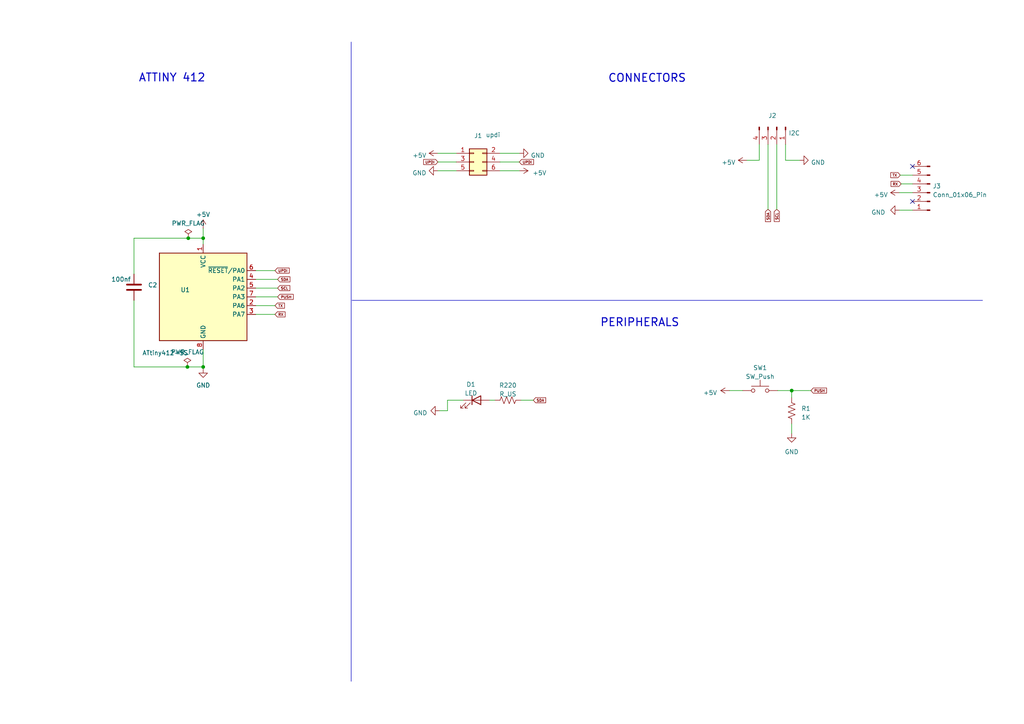
<source format=kicad_sch>
(kicad_sch (version 20230121) (generator eeschema)
  (paper "A4")
  (lib_symbols
    (symbol "Connector:Conn_01x04_Pin" (pin_names (offset 1.016) hide)
      (property "Reference" "J" (at 0 5.08 0))
      (property "Value" "Conn_01x04_Pin" (at 0 -7.62 0))
      (symbol "Conn_01x04_Pin_1_1"
        (polyline (pts (xy 1.27 -5.08) (xy 0.8636 -5.08)) (stroke (width 0.1524)))
        (polyline (pts (xy 1.27 -2.54) (xy 0.8636 -2.54)) (stroke (width 0.1524)))
        (polyline (pts (xy 1.27 0) (xy 0.8636 0)) (stroke (width 0.1524)))
        (polyline (pts (xy 1.27 2.54) (xy 0.8636 2.54)) (stroke (width 0.1524)))
        (rectangle (start 0.8636 -4.953) (end 0 -5.207) (stroke (width 0.1524)) (fill (type outline)))
        (rectangle (start 0.8636 -2.413) (end 0 -2.667) (stroke (width 0.1524)) (fill (type outline)))
        (rectangle (start 0.8636 0.127) (end 0 -0.127) (stroke (width 0.1524)) (fill (type outline)))
        (rectangle (start 0.8636 2.667) (end 0 2.413) (stroke (width 0.1524)) (fill (type outline)))
        (pin passive line (at 5.08 2.54 180) (length 3.81) (name "Pin_1") (number "1"))
        (pin passive line (at 5.08 0 180) (length 3.81) (name "Pin_2") (number "2"))
        (pin passive line (at 5.08 -2.54 180) (length 3.81) (name "Pin_3") (number "3"))
        (pin passive line (at 5.08 -5.08 180) (length 3.81) (name "Pin_4") (number "4"))
      )
    )
    (symbol "Connector:Conn_01x06_Pin" (pin_names (offset 1.016) hide)
      (property "Reference" "J" (at 0 7.62 0))
      (property "Value" "Conn_01x06_Pin" (at 0 -10.16 0))
      (symbol "Conn_01x06_Pin_1_1"
        (polyline (pts (xy 1.27 -7.62) (xy 0.8636 -7.62)) (stroke (width 0.1524)))
        (polyline (pts (xy 1.27 -5.08) (xy 0.8636 -5.08)) (stroke (width 0.1524)))
        (polyline (pts (xy 1.27 -2.54) (xy 0.8636 -2.54)) (stroke (width 0.1524)))
        (polyline (pts (xy 1.27 0) (xy 0.8636 0)) (stroke (width 0.1524)))
        (polyline (pts (xy 1.27 2.54) (xy 0.8636 2.54)) (stroke (width 0.1524)))
        (polyline (pts (xy 1.27 5.08) (xy 0.8636 5.08)) (stroke (width 0.1524)))
        (rectangle (start 0.8636 -7.493) (end 0 -7.747) (stroke (width 0.1524)) (fill (type outline)))
        (rectangle (start 0.8636 -4.953) (end 0 -5.207) (stroke (width 0.1524)) (fill (type outline)))
        (rectangle (start 0.8636 -2.413) (end 0 -2.667) (stroke (width 0.1524)) (fill (type outline)))
        (rectangle (start 0.8636 0.127) (end 0 -0.127) (stroke (width 0.1524)) (fill (type outline)))
        (rectangle (start 0.8636 2.667) (end 0 2.413) (stroke (width 0.1524)) (fill (type outline)))
        (rectangle (start 0.8636 5.207) (end 0 4.953) (stroke (width 0.1524)) (fill (type outline)))
        (pin passive line (at 5.08 5.08 180) (length 3.81) (name "Pin_1") (number "1"))
        (pin passive line (at 5.08 2.54 180) (length 3.81) (name "Pin_2") (number "2"))
        (pin passive line (at 5.08 0 180) (length 3.81) (name "Pin_3") (number "3"))
        (pin passive line (at 5.08 -2.54 180) (length 3.81) (name "Pin_4") (number "4"))
        (pin passive line (at 5.08 -5.08 180) (length 3.81) (name "Pin_5") (number "5"))
        (pin passive line (at 5.08 -7.62 180) (length 3.81) (name "Pin_6") (number "6"))
      )
    )
    (symbol "Connector_Generic:Conn_02x03_Odd_Even" (pin_names (offset 1.016) hide)
      (property "Reference" "J" (at 1.27 5.08 0))
      (property "Value" "Conn_02x03_Odd_Even" (at 1.27 -5.08 0))
      (symbol "Conn_02x03_Odd_Even_1_1"
        (rectangle (start -1.27 -2.413) (end 0 -2.667) (stroke (width 0.1524)))
        (rectangle (start -1.27 0.127) (end 0 -0.127) (stroke (width 0.1524)))
        (rectangle (start -1.27 2.667) (end 0 2.413) (stroke (width 0.1524)))
        (rectangle (start -1.27 3.81) (end 3.81 -3.81) (stroke (width 0.254)) (fill (type background)))
        (rectangle (start 3.81 -2.413) (end 2.54 -2.667) (stroke (width 0.1524)))
        (rectangle (start 3.81 0.127) (end 2.54 -0.127) (stroke (width 0.1524)))
        (rectangle (start 3.81 2.667) (end 2.54 2.413) (stroke (width 0.1524)))
        (pin passive line (at -5.08 2.54 0) (length 3.81) (name "Pin_1") (number "1"))
        (pin passive line (at 7.62 2.54 180) (length 3.81) (name "Pin_2") (number "2"))
        (pin passive line (at -5.08 0 0) (length 3.81) (name "Pin_3") (number "3"))
        (pin passive line (at 7.62 0 180) (length 3.81) (name "Pin_4") (number "4"))
        (pin passive line (at -5.08 -2.54 0) (length 3.81) (name "Pin_5") (number "5"))
        (pin passive line (at 7.62 -2.54 180) (length 3.81) (name "Pin_6") (number "6"))
      )
    )
    (symbol "Device:C" (pin_numbers hide) (pin_names (offset 0.254))
      (property "Reference" "C" (at 0.635 2.54 0))
      (property "Value" "C" (at 0.635 -2.54 0))
      (symbol "C_0_1"
        (polyline (pts (xy -2.032 -0.762) (xy 2.032 -0.762)) (stroke (width 0.508)))
        (polyline (pts (xy -2.032 0.762) (xy 2.032 0.762)) (stroke (width 0.508)))
      )
      (symbol "C_1_1"
        (pin passive line (at 0 3.81 270) (length 2.794) (name "~") (number "1"))
        (pin passive line (at 0 -3.81 90) (length 2.794) (name "~") (number "2"))
      )
    )
    (symbol "Device:LED" (pin_numbers hide) (pin_names (offset 1.016) hide)
      (property "Reference" "D" (at 0 2.54 0))
      (property "Value" "LED" (at 0 -2.54 0))
      (symbol "LED_0_1"
        (polyline (pts (xy -1.27 -1.27) (xy -1.27 1.27)) (stroke (width 0.254)))
        (polyline (pts (xy -1.27 0) (xy 1.27 0)))
        (polyline (pts (xy 1.27 -1.27) (xy 1.27 1.27) (xy -1.27 0) (xy 1.27 -1.27)) (stroke (width 0.254)))
        (polyline (pts (xy -3.048 -0.762) (xy -4.572 -2.286) (xy -3.81 -2.286) (xy -4.572 -2.286) (xy -4.572 -1.524)))
        (polyline (pts (xy -1.778 -0.762) (xy -3.302 -2.286) (xy -2.54 -2.286) (xy -3.302 -2.286) (xy -3.302 -1.524)))
      )
      (symbol "LED_1_1"
        (pin passive line (at -3.81 0 0) (length 2.54) (name "K") (number "1"))
        (pin passive line (at 3.81 0 180) (length 2.54) (name "A") (number "2"))
      )
    )
    (symbol "Device:R_US" (pin_numbers hide) (pin_names (offset 0))
      (property "Reference" "R" (at 2.54 0 90))
      (property "Value" "R_US" (at -2.54 0 90))
      (symbol "R_US_0_1"
        (polyline (pts (xy 0 -2.286) (xy 0 -2.54)))
        (polyline (pts (xy 0 2.286) (xy 0 2.54)))
        (polyline (pts (xy 0 -0.762) (xy 1.016 -1.143) (xy 0 -1.524) (xy -1.016 -1.905) (xy 0 -2.286)))
        (polyline (pts (xy 0 0.762) (xy 1.016 0.381) (xy 0 0) (xy -1.016 -0.381) (xy 0 -0.762)))
        (polyline (pts (xy 0 2.286) (xy 1.016 1.905) (xy 0 1.524) (xy -1.016 1.143) (xy 0 0.762)))
      )
      (symbol "R_US_1_1"
        (pin passive line (at 0 3.81 270) (length 1.27) (name "~") (number "1"))
        (pin passive line (at 0 -3.81 90) (length 1.27) (name "~") (number "2"))
      )
    )
    (symbol "MCU_Microchip_ATtiny:ATtiny412-SS"
      (property "Reference" "U" (at -12.7 13.97 0))
      (property "Value" "ATtiny412-SS" (at 2.54 -13.97 0))
      (symbol "ATtiny412-SS_0_1"
        (rectangle (start -12.7 -12.7) (end 12.7 12.7) (stroke (width 0.254)) (fill (type background)))
      )
      (symbol "ATtiny412-SS_1_1"
        (pin power_in line (at 0 15.24 270) (length 2.54) (name "VCC") (number "1"))
        (pin bidirectional line (at 15.24 -2.54 180) (length 2.54) (name "PA6") (number "2"))
        (pin bidirectional line (at 15.24 -5.08 180) (length 2.54) (name "PA7") (number "3"))
        (pin bidirectional line (at 15.24 5.08 180) (length 2.54) (name "PA1") (number "4"))
        (pin bidirectional line (at 15.24 2.54 180) (length 2.54) (name "PA2") (number "5"))
        (pin bidirectional line (at 15.24 7.62 180) (length 2.54) (name "~{RESET}/PA0") (number "6"))
        (pin bidirectional line (at 15.24 0 180) (length 2.54) (name "PA3") (number "7"))
        (pin power_in line (at 0 -15.24 90) (length 2.54) (name "GND") (number "8"))
      )
    )
    (symbol "Switch:SW_Push" (pin_numbers hide) (pin_names (offset 1.016) hide)
      (property "Reference" "SW" (at 1.27 2.54 0))
      (property "Value" "SW_Push" (at 0 -1.524 0))
      (symbol "SW_Push_0_1"
        (circle (center -2.032 0) (radius 0.508))
        (polyline (pts (xy 0 1.27) (xy 0 3.048)))
        (polyline (pts (xy 2.54 1.27) (xy -2.54 1.27)))
        (circle (center 2.032 0) (radius 0.508))
        (pin passive line (at -5.08 0 0) (length 2.54) (name "1") (number "1"))
        (pin passive line (at 5.08 0 180) (length 2.54) (name "2") (number "2"))
      )
    )
    (symbol "fab:PWR_FLAG" (power) (pin_numbers hide) (pin_names (offset 0) hide)
      (property "Value" "PWR_FLAG" (at 0 3.81 0))
      (symbol "PWR_FLAG_0_0"
        (pin power_out line (at 0 0 90) (length 0) (name "PWR_FLAG") (number "1"))
      )
      (symbol "PWR_FLAG_0_1"
        (polyline (pts (xy 0 0) (xy 0 1.27) (xy -1.016 1.905) (xy 0 2.54) (xy 1.016 1.905) (xy 0 1.27)))
      )
    )
    (symbol "power:+5V" (power) (pin_names (offset 0))
      (property "Value" "+5V" (at 0 3.556 0))
      (symbol "+5V_0_1"
        (polyline (pts (xy -0.762 1.27) (xy 0 2.54)))
        (polyline (pts (xy 0 0) (xy 0 2.54)))
        (polyline (pts (xy 0 2.54) (xy 0.762 1.27)))
      )
      (symbol "+5V_1_1"
        (pin power_in line (at 0 0 90) (length 0) hide (name "+5V") (number "1"))
      )
    )
    (symbol "power:GND" (power) (pin_names (offset 0))
      (property "Value" "GND" (at 0 -3.81 0))
      (symbol "GND_0_1"
        (polyline (pts (xy 0 0) (xy 0 -1.27) (xy 1.27 -1.27) (xy 0 -2.54) (xy -1.27 -1.27) (xy 0 -1.27)))
      )
      (symbol "GND_1_1"
        (pin power_in line (at 0 0 270) (length 0) hide (name "GND") (number "1"))
      )
    )
  )
  (junction (at 229.616 113.284))
  (junction (at 54.356 106.426))
  (junction (at 58.928 106.426))
  (junction (at 58.928 69.088))
  (junction (at 54.61 69.088))
  (no_connect (at 264.668 58.42))
  (no_connect (at 264.668 48.26))
  (wire (pts (xy 261.112 50.8) (xy 264.668 50.8)))
  (wire (pts (xy 220.218 41.91) (xy 220.218 46.482)))
  (wire (pts (xy 58.928 69.088) (xy 58.928 70.866)))
  (wire (pts (xy 229.616 122.936) (xy 229.616 125.73)))
  (wire (pts (xy 225.552 113.284) (xy 229.616 113.284)))
  (wire (pts (xy 227.838 46.482) (xy 231.902 46.482)))
  (wire (pts (xy 225.298 41.91) (xy 225.298 60.706)))
  (wire (pts (xy 74.168 83.566) (xy 80.518 83.566)))
  (wire (pts (xy 58.928 101.346) (xy 58.928 106.426)))
  (wire (pts (xy 127.508 119.126) (xy 129.794 119.126)))
  (wire (pts (xy 211.582 113.284) (xy 215.392 113.284)))
  (wire (pts (xy 261.366 53.34) (xy 264.668 53.34)))
  (polyline (pts (xy 102.108 87.122) (xy 284.988 87.122)))
  (wire (pts (xy 222.758 41.91) (xy 222.758 60.706)))
  (wire (pts (xy 127 46.99) (xy 132.334 46.99)))
  (wire (pts (xy 260.858 55.88) (xy 264.668 55.88)))
  (wire (pts (xy 260.858 60.96) (xy 264.668 60.96)))
  (wire (pts (xy 58.928 66.294) (xy 58.928 69.088)))
  (wire (pts (xy 141.986 116.078) (xy 143.51 116.078)))
  (wire (pts (xy 54.356 106.426) (xy 58.928 106.426)))
  (wire (pts (xy 74.168 78.486) (xy 79.756 78.486)))
  (wire (pts (xy 129.794 119.126) (xy 129.794 116.078)))
  (wire (pts (xy 74.168 88.646) (xy 79.756 88.646)))
  (wire (pts (xy 145.034 44.45) (xy 150.622 44.45)))
  (wire (pts (xy 227.838 41.91) (xy 227.838 46.482)))
  (wire (pts (xy 216.662 46.482) (xy 220.218 46.482)))
  (wire (pts (xy 38.862 106.426) (xy 54.356 106.426)))
  (wire (pts (xy 127 44.45) (xy 132.334 44.45)))
  (wire (pts (xy 229.616 113.284) (xy 235.204 113.284)))
  (wire (pts (xy 38.862 79.502) (xy 38.862 69.088)))
  (wire (pts (xy 151.13 116.078) (xy 154.686 116.078)))
  (wire (pts (xy 54.61 69.088) (xy 58.928 69.088)))
  (wire (pts (xy 38.862 69.088) (xy 54.61 69.088)))
  (wire (pts (xy 229.616 113.284) (xy 229.616 115.316)))
  (polyline (pts (xy 101.854 12.192) (xy 101.854 197.612)))
  (wire (pts (xy 74.168 81.026) (xy 80.518 81.026)))
  (wire (pts (xy 145.034 49.53) (xy 150.622 49.53)))
  (wire (pts (xy 58.928 106.426) (xy 58.928 106.934)))
  (wire (pts (xy 127 49.53) (xy 132.334 49.53)))
  (wire (pts (xy 129.794 116.078) (xy 134.366 116.078)))
  (wire (pts (xy 38.862 87.122) (xy 38.862 106.426)))
  (wire (pts (xy 74.168 91.186) (xy 79.756 91.186)))
  (wire (pts (xy 74.168 86.106) (xy 80.518 86.106)))
  (wire (pts (xy 145.034 46.99) (xy 150.622 46.99)))
  (text "CONNECTORS\n" (at 176.276 24.13 0) (effects (font (size 2.286 2.286) (thickness 0.3048) bold) (justify left bottom)))
  (text "ATTINY 412\n\n" (at 40.132 27.686 0) (effects (font (size 2.286 2.286) (thickness 0.3048) bold) (justify left bottom)))
  (text "PERIPHERALS" (at 173.99 94.996 0) (effects (font (size 2.286 2.286) (thickness 0.3048) bold) (justify left bottom)))
  (global_label "PUSH" (shape input) (at 235.204 113.284 0) (effects (font (size 0.762 0.762))) (property "Intersheetrefs" "${INTERSHEET_REFS}" (effects hide)))
  (global_label "SCL" (shape input) (at 80.518 83.566 0) (effects (font (size 0.762 0.762))) (property "Intersheetrefs" "${INTERSHEET_REFS}" (effects hide)))
  (global_label "RX" (shape input) (at 261.366 53.34 180) (effects (font (size 0.762 0.762))) (property "Intersheetrefs" "${INTERSHEET_REFS}" (effects hide)))
  (global_label "SCL" (shape input) (at 225.298 60.706 270) (effects (font (size 0.762 0.762))) (property "Intersheetrefs" "${INTERSHEET_REFS}" (effects hide)))
  (global_label "SDA" (shape input) (at 222.758 60.706 270) (effects (font (size 0.762 0.762))) (property "Intersheetrefs" "${INTERSHEET_REFS}" (effects hide)))
  (global_label "PUSH" (shape input) (at 80.518 86.106 0) (effects (font (size 0.762 0.762))) (property "Intersheetrefs" "${INTERSHEET_REFS}" (effects hide)))
  (global_label "RX" (shape input) (at 79.756 91.186 0) (effects (font (size 0.762 0.762))) (property "Intersheetrefs" "${INTERSHEET_REFS}" (effects hide)))
  (global_label "SDA" (shape input) (at 80.518 81.026 0) (effects (font (size 0.762 0.762))) (property "Intersheetrefs" "${INTERSHEET_REFS}" (effects hide)))
  (global_label "TX" (shape input) (at 79.756 88.646 0) (effects (font (size 0.762 0.762))) (property "Intersheetrefs" "${INTERSHEET_REFS}" (effects hide)))
  (global_label "UPDI" (shape input) (at 127 46.99 180) (effects (font (size 0.762 0.762))) (property "Intersheetrefs" "${INTERSHEET_REFS}" (effects hide)))
  (global_label "SDA" (shape input) (at 154.686 116.078 0) (effects (font (size 0.762 0.762))) (property "Intersheetrefs" "${INTERSHEET_REFS}" (effects hide)))
  (global_label "TX" (shape input) (at 261.112 50.8 180) (effects (font (size 0.762 0.762))) (property "Intersheetrefs" "${INTERSHEET_REFS}" (effects hide)))
  (global_label "UPDI" (shape input) (at 79.756 78.486 0) (effects (font (size 0.762 0.762))) (property "Intersheetrefs" "${INTERSHEET_REFS}" (effects hide)))
  (global_label "UPDI" (shape input) (at 150.622 46.99 0) (effects (font (size 0.762 0.762))) (property "Intersheetrefs" "${INTERSHEET_REFS}" (effects hide)))
  (symbol (lib_id "Device:R_US") (at 229.616 119.126 180) (unit 1)
    (property "Reference" "R1" (at 232.41 118.491 0) (effects (justify right)))
    (property "Value" "1K" (at 232.41 121.031 0) (effects (justify right)))
    (property "Footprint" "Resistor_SMD:R_1206_3216Metric_Pad1.30x1.75mm_HandSolder" (effects hide))
  )
  (symbol (lib_id "power:GND") (at 127 49.53 270) (unit 1)
    (property "Reference" "#PWR05" (effects hide))
    (property "Value" "GND" (at 123.698 50.165 90) (effects (justify right)))
  )
  (symbol (lib_id "fab:PWR_FLAG") (at 54.61 69.088 0) (unit 1)
    (property "Reference" "#FLG01" (effects hide))
    (property "Value" "PWR_FLAG" (at 54.61 64.77 0))
  )
  (symbol (lib_id "power:GND") (at 231.902 46.482 90) (unit 1)
    (property "Reference" "#PWR08" (effects hide))
    (property "Value" "GND" (at 235.204 47.117 90) (effects (justify right)))
  )
  (symbol (lib_id "power:+5V") (at 216.662 46.482 90) (unit 1)
    (property "Reference" "#PWR07" (effects hide))
    (property "Value" "+5V" (at 213.36 47.117 90) (effects (justify left)))
  )
  (symbol (lib_id "power:GND") (at 127.508 119.126 270) (unit 1)
    (property "Reference" "#PWR09" (effects hide))
    (property "Value" "GND" (at 123.952 119.761 90) (effects (justify right)))
  )
  (symbol (lib_id "power:+5V") (at 127 44.45 90) (unit 1)
    (property "Reference" "#PWR03" (effects hide))
    (property "Value" "+5V" (at 123.698 45.085 90) (effects (justify left)))
  )
  (symbol (lib_id "MCU_Microchip_ATtiny:ATtiny412-SS") (at 58.928 86.106 0) (unit 1)
    (property "Reference" "U1" (at 55.118 84.074 0) (effects (justify right)))
    (property "Value" "ATtiny412-SS" (at 54.61 102.362 0) (effects (justify right)))
    (property "Footprint" "Package_SO:SOIC-8_3.9x4.9mm_P1.27mm" (effects hide))
    (property "Datasheet" "http://ww1.microchip.com/downloads/en/DeviceDoc/40001911A.pdf" (effects hide))
  )
  (symbol (lib_id "Connector:Conn_01x06_Pin") (at 269.748 55.88 180) (unit 1)
    (property "Reference" "J3" (at 270.51 53.975 0) (effects (justify right)))
    (property "Value" "Conn_01x06_Pin" (at 270.51 56.515 0) (effects (justify right)))
    (property "Footprint" "Connector_Harwin:Harwin_M20-89006xx_1x06_P2.54mm_Horizontal" (effects hide))
  )
  (symbol (lib_id "Device:C") (at 38.862 83.312 0) (unit 1)
    (property "Reference" "C2" (at 42.926 82.677 0) (effects (justify left)))
    (property "Value" "100nf" (at 32.258 81.026 0) (effects (justify left)))
    (property "Footprint" "Capacitor_SMD:C_1206_3216Metric_Pad1.33x1.80mm_HandSolder" (effects hide))
  )
  (symbol (lib_id "power:+5V") (at 260.858 55.88 90) (unit 1)
    (property "Reference" "#PWR013" (effects hide))
    (property "Value" "+5V" (at 257.556 56.515 90) (effects (justify left)))
  )
  (symbol (lib_id "power:GND") (at 229.616 125.73 0) (unit 1)
    (property "Reference" "#PWR011" (effects hide))
    (property "Value" "GND" (at 229.616 131.064 0))
  )
  (symbol (lib_id "power:GND") (at 150.622 44.45 90) (unit 1)
    (property "Reference" "#PWR06" (effects hide))
    (property "Value" "GND" (at 153.924 45.085 90) (effects (justify right)))
  )
  (symbol (lib_id "Switch:SW_Push") (at 220.472 113.284 0) (unit 1)
    (property "Reference" "SW1" (at 220.472 106.68 0))
    (property "Value" "SW_Push" (at 220.472 109.22 0))
    (property "Footprint" "Button_Switch_SMD:SW_Push_1P1T_NO_CK_KSC6xxJ" (effects hide))
  )
  (symbol (lib_id "Connector_Generic:Conn_02x03_Odd_Even") (at 137.414 46.99 0) (unit 1)
    (property "Reference" "J1" (at 138.684 39.37 0))
    (property "Value" "updi" (at 143.002 39.116 0))
    (property "Footprint" "Connector_IDC:IDC-Header_2x03_P2.54mm_Vertical_SMD" (effects hide))
  )
  (symbol (lib_id "power:+5V") (at 150.622 49.53 270) (unit 1)
    (property "Reference" "#PWR04" (effects hide))
    (property "Value" "+5V" (at 154.432 50.165 90) (effects (justify left)))
  )
  (symbol (lib_id "power:+5V") (at 211.582 113.284 90) (unit 1)
    (property "Reference" "#PWR010" (effects hide))
    (property "Value" "+5V" (at 208.026 113.919 90) (effects (justify left)))
  )
  (symbol (lib_id "power:GND") (at 260.858 60.96 270) (unit 1)
    (property "Reference" "#PWR012" (effects hide))
    (property "Value" "GND" (at 256.794 61.595 90) (effects (justify right)))
  )
  (symbol (lib_id "power:+5V") (at 58.928 66.294 0) (unit 1)
    (property "Reference" "#PWR01" (effects hide))
    (property "Value" "+5V" (at 58.928 62.23 0))
  )
  (symbol (lib_id "Device:LED") (at 138.176 116.078 0) (unit 1)
    (property "Reference" "D1" (at 136.5885 111.506 0))
    (property "Value" "LED" (at 136.5885 114.046 0))
    (property "Footprint" "LED_SMD:LED_1206_3216Metric_Pad1.42x1.75mm_HandSolder" (effects hide))
  )
  (symbol (lib_id "power:GND") (at 58.928 106.934 0) (unit 1)
    (property "Reference" "#PWR02" (effects hide))
    (property "Value" "GND" (at 58.928 111.76 0))
  )
  (symbol (lib_id "Device:R_US") (at 147.32 116.078 90) (unit 1)
    (property "Reference" "R220" (at 147.32 111.76 90))
    (property "Value" "R_US" (at 147.32 114.3 90))
    (property "Footprint" "Resistor_SMD:R_1206_3216Metric_Pad1.30x1.75mm_HandSolder" (effects hide))
  )
  (symbol (lib_id "Connector:Conn_01x04_Pin") (at 225.298 36.83 270) (unit 1)
    (property "Reference" "J2" (at 224.028 33.528 90))
    (property "Value" "I2C" (at 230.378 38.608 90))
    (property "Footprint" "Connector_Harwin:Harwin_M20-89004xx_1x04_P2.54mm_Horizontal" (effects hide))
  )
  (symbol (lib_id "fab:PWR_FLAG") (at 54.356 106.426 0) (unit 1)
    (property "Reference" "#FLG02" (effects hide))
    (property "Value" "PWR_FLAG" (at 54.356 102.108 0))
  )
)
</source>
